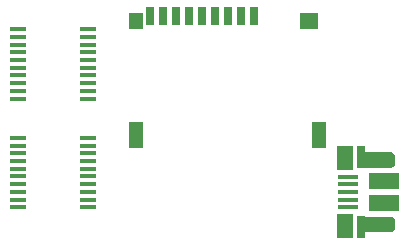
<source format=gbr>
G04 #@! TF.GenerationSoftware,KiCad,Pcbnew,5.1.5+dfsg1-2build2*
G04 #@! TF.CreationDate,2021-08-15T10:11:15+01:00*
G04 #@! TF.ProjectId,picopak,7069636f-7061-46b2-9e6b-696361645f70,rev?*
G04 #@! TF.SameCoordinates,Original*
G04 #@! TF.FileFunction,Paste,Top*
G04 #@! TF.FilePolarity,Positive*
%FSLAX46Y46*%
G04 Gerber Fmt 4.6, Leading zero omitted, Abs format (unit mm)*
G04 Created by KiCad (PCBNEW 5.1.5+dfsg1-2build2) date 2021-08-15 10:11:15*
%MOMM*%
%LPD*%
G04 APERTURE LIST*
%ADD10R,1.450000X0.450000*%
%ADD11R,1.200000X2.200000*%
%ADD12R,1.600000X1.400000*%
%ADD13R,1.200000X1.400000*%
%ADD14R,0.700000X1.600000*%
%ADD15R,0.700000X1.825000*%
%ADD16C,0.100000*%
%ADD17R,1.460000X2.000000*%
%ADD18R,1.750000X0.400000*%
%ADD19R,2.500000X1.425000*%
G04 APERTURE END LIST*
D10*
X182550000Y-71875000D03*
X182550000Y-72525000D03*
X182550000Y-73175000D03*
X182550000Y-73825000D03*
X182550000Y-74475000D03*
X182550000Y-75125000D03*
X182550000Y-75775000D03*
X182550000Y-76425000D03*
X182550000Y-77075000D03*
X182550000Y-77725000D03*
X176650000Y-77725000D03*
X176650000Y-77075000D03*
X176650000Y-76425000D03*
X176650000Y-75775000D03*
X176650000Y-75125000D03*
X176650000Y-74475000D03*
X176650000Y-73825000D03*
X176650000Y-73175000D03*
X176650000Y-72525000D03*
X176650000Y-71875000D03*
D11*
X202150000Y-80800000D03*
X186650000Y-80800000D03*
D12*
X201250000Y-71200000D03*
D13*
X186650000Y-71200000D03*
D14*
X187800000Y-70700000D03*
X190000000Y-70700000D03*
X188900000Y-70700000D03*
X191100000Y-70700000D03*
X192200000Y-70700000D03*
X193300000Y-70700000D03*
X196600000Y-70700000D03*
X195500000Y-70700000D03*
X194400000Y-70700000D03*
D10*
X182550000Y-81075000D03*
X182550000Y-81725000D03*
X182550000Y-82375000D03*
X182550000Y-83025000D03*
X182550000Y-83675000D03*
X182550000Y-84325000D03*
X182550000Y-84975000D03*
X182550000Y-85625000D03*
X182550000Y-86275000D03*
X182550000Y-86925000D03*
X176650000Y-86925000D03*
X176650000Y-86275000D03*
X176650000Y-85625000D03*
X176650000Y-84975000D03*
X176650000Y-84325000D03*
X176650000Y-83675000D03*
X176650000Y-83025000D03*
X176650000Y-82375000D03*
X176650000Y-81725000D03*
X176650000Y-81075000D03*
D15*
X205650000Y-82662500D03*
D16*
G36*
X208202917Y-82276853D02*
G01*
X208240271Y-82282394D01*
X208276902Y-82291569D01*
X208312457Y-82304291D01*
X208346593Y-82320437D01*
X208378983Y-82339850D01*
X208409315Y-82362346D01*
X208437295Y-82387705D01*
X208462654Y-82415685D01*
X208485150Y-82446017D01*
X208504563Y-82478407D01*
X208520709Y-82512543D01*
X208533431Y-82548098D01*
X208542606Y-82584729D01*
X208548147Y-82622083D01*
X208550000Y-82659800D01*
X208550000Y-83190200D01*
X208548147Y-83227917D01*
X208542606Y-83265271D01*
X208533431Y-83301902D01*
X208520709Y-83337457D01*
X208504563Y-83371593D01*
X208485150Y-83403983D01*
X208462654Y-83434315D01*
X208437295Y-83462295D01*
X208409315Y-83487654D01*
X208378983Y-83510150D01*
X208346593Y-83529563D01*
X208312457Y-83545709D01*
X208276902Y-83558431D01*
X208240271Y-83567606D01*
X208202917Y-83573147D01*
X208165200Y-83575000D01*
X205684800Y-83575000D01*
X205647083Y-83573147D01*
X205609729Y-83567606D01*
X205573098Y-83558431D01*
X205537543Y-83545709D01*
X205503407Y-83529563D01*
X205471017Y-83510150D01*
X205440685Y-83487654D01*
X205412705Y-83462295D01*
X205387346Y-83434315D01*
X205364850Y-83403983D01*
X205345437Y-83371593D01*
X205329291Y-83337457D01*
X205316569Y-83301902D01*
X205307394Y-83265271D01*
X205301853Y-83227917D01*
X205300000Y-83190200D01*
X205300000Y-82659800D01*
X205301853Y-82622083D01*
X205307394Y-82584729D01*
X205316569Y-82548098D01*
X205329291Y-82512543D01*
X205345437Y-82478407D01*
X205364850Y-82446017D01*
X205387346Y-82415685D01*
X205412705Y-82387705D01*
X205440685Y-82362346D01*
X205471017Y-82339850D01*
X205503407Y-82320437D01*
X205537543Y-82304291D01*
X205573098Y-82291569D01*
X205609729Y-82282394D01*
X205647083Y-82276853D01*
X205684800Y-82275000D01*
X208165200Y-82275000D01*
X208202917Y-82276853D01*
G37*
G36*
X208202917Y-87726853D02*
G01*
X208240271Y-87732394D01*
X208276902Y-87741569D01*
X208312457Y-87754291D01*
X208346593Y-87770437D01*
X208378983Y-87789850D01*
X208409315Y-87812346D01*
X208437295Y-87837705D01*
X208462654Y-87865685D01*
X208485150Y-87896017D01*
X208504563Y-87928407D01*
X208520709Y-87962543D01*
X208533431Y-87998098D01*
X208542606Y-88034729D01*
X208548147Y-88072083D01*
X208550000Y-88109800D01*
X208550000Y-88640200D01*
X208548147Y-88677917D01*
X208542606Y-88715271D01*
X208533431Y-88751902D01*
X208520709Y-88787457D01*
X208504563Y-88821593D01*
X208485150Y-88853983D01*
X208462654Y-88884315D01*
X208437295Y-88912295D01*
X208409315Y-88937654D01*
X208378983Y-88960150D01*
X208346593Y-88979563D01*
X208312457Y-88995709D01*
X208276902Y-89008431D01*
X208240271Y-89017606D01*
X208202917Y-89023147D01*
X208165200Y-89025000D01*
X205684800Y-89025000D01*
X205647083Y-89023147D01*
X205609729Y-89017606D01*
X205573098Y-89008431D01*
X205537543Y-88995709D01*
X205503407Y-88979563D01*
X205471017Y-88960150D01*
X205440685Y-88937654D01*
X205412705Y-88912295D01*
X205387346Y-88884315D01*
X205364850Y-88853983D01*
X205345437Y-88821593D01*
X205329291Y-88787457D01*
X205316569Y-88751902D01*
X205307394Y-88715271D01*
X205301853Y-88677917D01*
X205300000Y-88640200D01*
X205300000Y-88109800D01*
X205301853Y-88072083D01*
X205307394Y-88034729D01*
X205316569Y-87998098D01*
X205329291Y-87962543D01*
X205345437Y-87928407D01*
X205364850Y-87896017D01*
X205387346Y-87865685D01*
X205412705Y-87837705D01*
X205440685Y-87812346D01*
X205471017Y-87789850D01*
X205503407Y-87770437D01*
X205537543Y-87754291D01*
X205573098Y-87741569D01*
X205609729Y-87732394D01*
X205647083Y-87726853D01*
X205684800Y-87725000D01*
X208165200Y-87725000D01*
X208202917Y-87726853D01*
G37*
D15*
X205650000Y-88637500D03*
D17*
X204320000Y-88550000D03*
X204320000Y-82750000D03*
D18*
X204525000Y-86950000D03*
X204525000Y-86300000D03*
X204525000Y-85650000D03*
X204525000Y-85000000D03*
X204525000Y-84350000D03*
D19*
X207600000Y-86612500D03*
X207600000Y-84687500D03*
M02*

</source>
